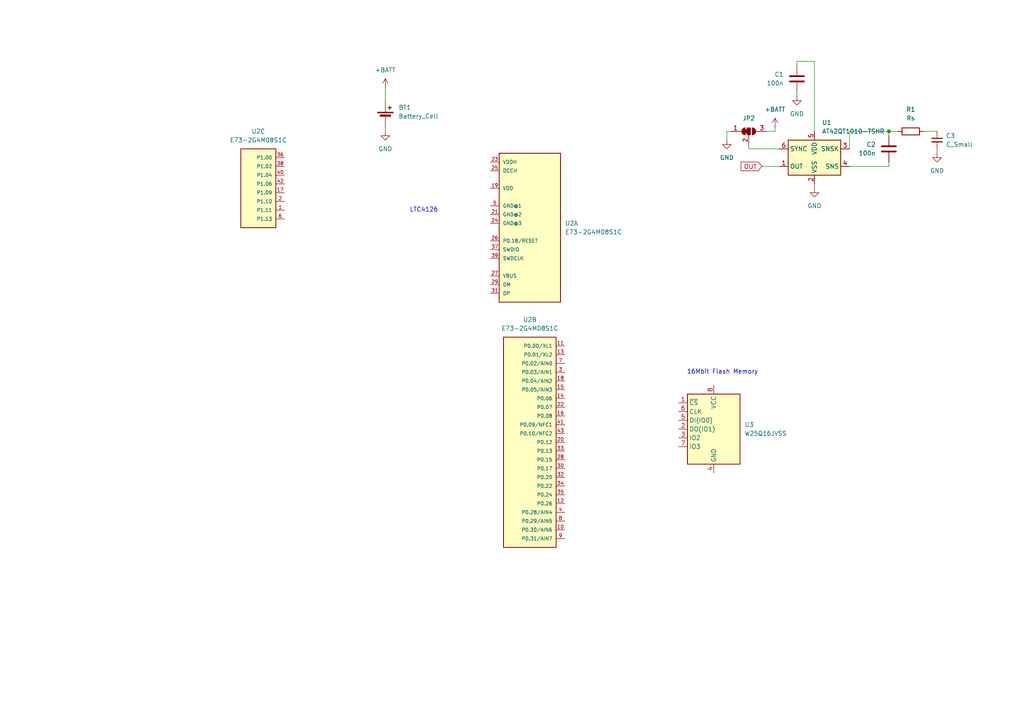
<source format=kicad_sch>
(kicad_sch
	(version 20231120)
	(generator "eeschema")
	(generator_version "8.0")
	(uuid "5a65d163-7e06-4960-9484-b92e66cce244")
	(paper "A4")
	(lib_symbols
		(symbol "Device:Battery_Cell"
			(pin_numbers hide)
			(pin_names
				(offset 0) hide)
			(exclude_from_sim no)
			(in_bom yes)
			(on_board yes)
			(property "Reference" "BT"
				(at 2.54 2.54 0)
				(effects
					(font
						(size 1.27 1.27)
					)
					(justify left)
				)
			)
			(property "Value" "Battery_Cell"
				(at 2.54 0 0)
				(effects
					(font
						(size 1.27 1.27)
					)
					(justify left)
				)
			)
			(property "Footprint" ""
				(at 0 1.524 90)
				(effects
					(font
						(size 1.27 1.27)
					)
					(hide yes)
				)
			)
			(property "Datasheet" "~"
				(at 0 1.524 90)
				(effects
					(font
						(size 1.27 1.27)
					)
					(hide yes)
				)
			)
			(property "Description" "Single-cell battery"
				(at 0 0 0)
				(effects
					(font
						(size 1.27 1.27)
					)
					(hide yes)
				)
			)
			(property "ki_keywords" "battery cell"
				(at 0 0 0)
				(effects
					(font
						(size 1.27 1.27)
					)
					(hide yes)
				)
			)
			(symbol "Battery_Cell_0_1"
				(rectangle
					(start -2.286 1.778)
					(end 2.286 1.524)
					(stroke
						(width 0)
						(type default)
					)
					(fill
						(type outline)
					)
				)
				(rectangle
					(start -1.524 1.016)
					(end 1.524 0.508)
					(stroke
						(width 0)
						(type default)
					)
					(fill
						(type outline)
					)
				)
				(polyline
					(pts
						(xy 0 0.762) (xy 0 0)
					)
					(stroke
						(width 0)
						(type default)
					)
					(fill
						(type none)
					)
				)
				(polyline
					(pts
						(xy 0 1.778) (xy 0 2.54)
					)
					(stroke
						(width 0)
						(type default)
					)
					(fill
						(type none)
					)
				)
				(polyline
					(pts
						(xy 0.762 3.048) (xy 1.778 3.048)
					)
					(stroke
						(width 0.254)
						(type default)
					)
					(fill
						(type none)
					)
				)
				(polyline
					(pts
						(xy 1.27 3.556) (xy 1.27 2.54)
					)
					(stroke
						(width 0.254)
						(type default)
					)
					(fill
						(type none)
					)
				)
			)
			(symbol "Battery_Cell_1_1"
				(pin passive line
					(at 0 5.08 270)
					(length 2.54)
					(name "+"
						(effects
							(font
								(size 1.27 1.27)
							)
						)
					)
					(number "1"
						(effects
							(font
								(size 1.27 1.27)
							)
						)
					)
				)
				(pin passive line
					(at 0 -2.54 90)
					(length 2.54)
					(name "-"
						(effects
							(font
								(size 1.27 1.27)
							)
						)
					)
					(number "2"
						(effects
							(font
								(size 1.27 1.27)
							)
						)
					)
				)
			)
		)
		(symbol "Device:C"
			(pin_numbers hide)
			(pin_names
				(offset 0.254)
			)
			(exclude_from_sim no)
			(in_bom yes)
			(on_board yes)
			(property "Reference" "C"
				(at 0.635 2.54 0)
				(effects
					(font
						(size 1.27 1.27)
					)
					(justify left)
				)
			)
			(property "Value" "C"
				(at 0.635 -2.54 0)
				(effects
					(font
						(size 1.27 1.27)
					)
					(justify left)
				)
			)
			(property "Footprint" ""
				(at 0.9652 -3.81 0)
				(effects
					(font
						(size 1.27 1.27)
					)
					(hide yes)
				)
			)
			(property "Datasheet" "~"
				(at 0 0 0)
				(effects
					(font
						(size 1.27 1.27)
					)
					(hide yes)
				)
			)
			(property "Description" "Unpolarized capacitor"
				(at 0 0 0)
				(effects
					(font
						(size 1.27 1.27)
					)
					(hide yes)
				)
			)
			(property "ki_keywords" "cap capacitor"
				(at 0 0 0)
				(effects
					(font
						(size 1.27 1.27)
					)
					(hide yes)
				)
			)
			(property "ki_fp_filters" "C_*"
				(at 0 0 0)
				(effects
					(font
						(size 1.27 1.27)
					)
					(hide yes)
				)
			)
			(symbol "C_0_1"
				(polyline
					(pts
						(xy -2.032 -0.762) (xy 2.032 -0.762)
					)
					(stroke
						(width 0.508)
						(type default)
					)
					(fill
						(type none)
					)
				)
				(polyline
					(pts
						(xy -2.032 0.762) (xy 2.032 0.762)
					)
					(stroke
						(width 0.508)
						(type default)
					)
					(fill
						(type none)
					)
				)
			)
			(symbol "C_1_1"
				(pin passive line
					(at 0 3.81 270)
					(length 2.794)
					(name "~"
						(effects
							(font
								(size 1.27 1.27)
							)
						)
					)
					(number "1"
						(effects
							(font
								(size 1.27 1.27)
							)
						)
					)
				)
				(pin passive line
					(at 0 -3.81 90)
					(length 2.794)
					(name "~"
						(effects
							(font
								(size 1.27 1.27)
							)
						)
					)
					(number "2"
						(effects
							(font
								(size 1.27 1.27)
							)
						)
					)
				)
			)
		)
		(symbol "Device:C_Small"
			(pin_numbers hide)
			(pin_names
				(offset 0.254) hide)
			(exclude_from_sim no)
			(in_bom yes)
			(on_board yes)
			(property "Reference" "C"
				(at 0.254 1.778 0)
				(effects
					(font
						(size 1.27 1.27)
					)
					(justify left)
				)
			)
			(property "Value" "C_Small"
				(at 0.254 -2.032 0)
				(effects
					(font
						(size 1.27 1.27)
					)
					(justify left)
				)
			)
			(property "Footprint" ""
				(at 0 0 0)
				(effects
					(font
						(size 1.27 1.27)
					)
					(hide yes)
				)
			)
			(property "Datasheet" "~"
				(at 0 0 0)
				(effects
					(font
						(size 1.27 1.27)
					)
					(hide yes)
				)
			)
			(property "Description" "Unpolarized capacitor, small symbol"
				(at 0 0 0)
				(effects
					(font
						(size 1.27 1.27)
					)
					(hide yes)
				)
			)
			(property "ki_keywords" "capacitor cap"
				(at 0 0 0)
				(effects
					(font
						(size 1.27 1.27)
					)
					(hide yes)
				)
			)
			(property "ki_fp_filters" "C_*"
				(at 0 0 0)
				(effects
					(font
						(size 1.27 1.27)
					)
					(hide yes)
				)
			)
			(symbol "C_Small_0_1"
				(polyline
					(pts
						(xy -1.524 -0.508) (xy 1.524 -0.508)
					)
					(stroke
						(width 0.3302)
						(type default)
					)
					(fill
						(type none)
					)
				)
				(polyline
					(pts
						(xy -1.524 0.508) (xy 1.524 0.508)
					)
					(stroke
						(width 0.3048)
						(type default)
					)
					(fill
						(type none)
					)
				)
			)
			(symbol "C_Small_1_1"
				(pin passive line
					(at 0 2.54 270)
					(length 2.032)
					(name "~"
						(effects
							(font
								(size 1.27 1.27)
							)
						)
					)
					(number "1"
						(effects
							(font
								(size 1.27 1.27)
							)
						)
					)
				)
				(pin passive line
					(at 0 -2.54 90)
					(length 2.032)
					(name "~"
						(effects
							(font
								(size 1.27 1.27)
							)
						)
					)
					(number "2"
						(effects
							(font
								(size 1.27 1.27)
							)
						)
					)
				)
			)
		)
		(symbol "Device:R"
			(pin_numbers hide)
			(pin_names
				(offset 0)
			)
			(exclude_from_sim no)
			(in_bom yes)
			(on_board yes)
			(property "Reference" "R"
				(at 2.032 0 90)
				(effects
					(font
						(size 1.27 1.27)
					)
				)
			)
			(property "Value" "R"
				(at 0 0 90)
				(effects
					(font
						(size 1.27 1.27)
					)
				)
			)
			(property "Footprint" ""
				(at -1.778 0 90)
				(effects
					(font
						(size 1.27 1.27)
					)
					(hide yes)
				)
			)
			(property "Datasheet" "~"
				(at 0 0 0)
				(effects
					(font
						(size 1.27 1.27)
					)
					(hide yes)
				)
			)
			(property "Description" "Resistor"
				(at 0 0 0)
				(effects
					(font
						(size 1.27 1.27)
					)
					(hide yes)
				)
			)
			(property "ki_keywords" "R res resistor"
				(at 0 0 0)
				(effects
					(font
						(size 1.27 1.27)
					)
					(hide yes)
				)
			)
			(property "ki_fp_filters" "R_*"
				(at 0 0 0)
				(effects
					(font
						(size 1.27 1.27)
					)
					(hide yes)
				)
			)
			(symbol "R_0_1"
				(rectangle
					(start -1.016 -2.54)
					(end 1.016 2.54)
					(stroke
						(width 0.254)
						(type default)
					)
					(fill
						(type none)
					)
				)
			)
			(symbol "R_1_1"
				(pin passive line
					(at 0 3.81 270)
					(length 1.27)
					(name "~"
						(effects
							(font
								(size 1.27 1.27)
							)
						)
					)
					(number "1"
						(effects
							(font
								(size 1.27 1.27)
							)
						)
					)
				)
				(pin passive line
					(at 0 -3.81 90)
					(length 1.27)
					(name "~"
						(effects
							(font
								(size 1.27 1.27)
							)
						)
					)
					(number "2"
						(effects
							(font
								(size 1.27 1.27)
							)
						)
					)
				)
			)
		)
		(symbol "E73-2G4M08S1C:E73-2G4M08S1C"
			(pin_names
				(offset 1.016)
			)
			(exclude_from_sim no)
			(in_bom yes)
			(on_board yes)
			(property "Reference" "U"
				(at -15.24 20.32 0)
				(effects
					(font
						(size 1.27 1.27)
					)
					(justify left bottom)
				)
			)
			(property "Value" "E73-2G4M08S1C"
				(at -15.24 -25.4 0)
				(effects
					(font
						(size 1.27 1.27)
					)
					(justify left bottom)
				)
			)
			(property "Footprint" "E73-2G4M08S1C:E73-2G4M08S1C"
				(at -23.622 27.686 0)
				(effects
					(font
						(size 1.27 1.27)
					)
					(justify bottom)
					(hide yes)
				)
			)
			(property "Datasheet" ""
				(at 0 0 0)
				(effects
					(font
						(size 1.27 1.27)
					)
					(hide yes)
				)
			)
			(property "Description" ""
				(at 0 0 0)
				(effects
					(font
						(size 1.27 1.27)
					)
					(hide yes)
				)
			)
			(property "MF" "EBYTE"
				(at 0 0 0)
				(effects
					(font
						(size 1.27 1.27)
					)
					(justify bottom)
					(hide yes)
				)
			)
			(property "Description_1" "\n                        \n                            E73 series are wireless Bluetooth modules designed by Chengdu Ebyte which feature small size, low power consumption, built-in PCB antenna and IPX interface\n                        \n"
				(at -1.016 30.48 0)
				(effects
					(font
						(size 1.27 1.27)
					)
					(justify bottom)
					(hide yes)
				)
			)
			(property "Package" "Package"
				(at 0 0 0)
				(effects
					(font
						(size 1.27 1.27)
					)
					(justify bottom)
					(hide yes)
				)
			)
			(property "Price" "None"
				(at 0 0 0)
				(effects
					(font
						(size 1.27 1.27)
					)
					(justify bottom)
					(hide yes)
				)
			)
			(property "SnapEDA_Link" "https://www.snapeda.com/parts/E73-2G4M08S1C/EBYTE/view-part/?ref=snap"
				(at 7.874 34.29 0)
				(effects
					(font
						(size 1.27 1.27)
					)
					(justify bottom)
					(hide yes)
				)
			)
			(property "MP" "E73-2G4M08S1C"
				(at -20.066 29.972 0)
				(effects
					(font
						(size 1.27 1.27)
					)
					(justify bottom)
					(hide yes)
				)
			)
			(property "Availability" "Not in stock"
				(at 0 0 0)
				(effects
					(font
						(size 1.27 1.27)
					)
					(justify bottom)
					(hide yes)
				)
			)
			(property "Check_prices" "https://www.snapeda.com/parts/E73-2G4M08S1C/EBYTE/view-part/?ref=eda"
				(at 7.62 36.576 0)
				(effects
					(font
						(size 1.27 1.27)
					)
					(justify bottom)
					(hide yes)
				)
			)
			(symbol "E73-2G4M08S1C_1_0"
				(rectangle
					(start -15.24 -22.86)
					(end 2.54 20.32)
					(stroke
						(width 0.254)
						(type default)
					)
					(fill
						(type background)
					)
				)
				(pin bidirectional line
					(at -17.78 10.16 0)
					(length 2.54)
					(name "VDD"
						(effects
							(font
								(size 1.016 1.016)
							)
						)
					)
					(number "19"
						(effects
							(font
								(size 1.016 1.016)
							)
						)
					)
				)
				(pin bidirectional line
					(at -17.78 2.54 0)
					(length 2.54)
					(name "GND@2"
						(effects
							(font
								(size 1.016 1.016)
							)
						)
					)
					(number "21"
						(effects
							(font
								(size 1.016 1.016)
							)
						)
					)
				)
				(pin bidirectional line
					(at -17.78 17.78 0)
					(length 2.54)
					(name "VDDH"
						(effects
							(font
								(size 1.016 1.016)
							)
						)
					)
					(number "23"
						(effects
							(font
								(size 1.016 1.016)
							)
						)
					)
				)
				(pin bidirectional line
					(at -17.78 0 0)
					(length 2.54)
					(name "GND@3"
						(effects
							(font
								(size 1.016 1.016)
							)
						)
					)
					(number "24"
						(effects
							(font
								(size 1.016 1.016)
							)
						)
					)
				)
				(pin bidirectional line
					(at -17.78 15.24 0)
					(length 2.54)
					(name "DCCH"
						(effects
							(font
								(size 1.016 1.016)
							)
						)
					)
					(number "25"
						(effects
							(font
								(size 1.016 1.016)
							)
						)
					)
				)
				(pin bidirectional line
					(at -17.78 -5.08 0)
					(length 2.54)
					(name "P0.18/RESET"
						(effects
							(font
								(size 1.016 1.016)
							)
						)
					)
					(number "26"
						(effects
							(font
								(size 1.016 1.016)
							)
						)
					)
				)
				(pin bidirectional line
					(at -17.78 -15.24 0)
					(length 2.54)
					(name "VBUS"
						(effects
							(font
								(size 1.016 1.016)
							)
						)
					)
					(number "27"
						(effects
							(font
								(size 1.016 1.016)
							)
						)
					)
				)
				(pin bidirectional line
					(at -17.78 -17.78 0)
					(length 2.54)
					(name "DM"
						(effects
							(font
								(size 1.016 1.016)
							)
						)
					)
					(number "29"
						(effects
							(font
								(size 1.016 1.016)
							)
						)
					)
				)
				(pin bidirectional line
					(at -17.78 -20.32 0)
					(length 2.54)
					(name "DP"
						(effects
							(font
								(size 1.016 1.016)
							)
						)
					)
					(number "31"
						(effects
							(font
								(size 1.016 1.016)
							)
						)
					)
				)
				(pin bidirectional line
					(at -17.78 -7.62 0)
					(length 2.54)
					(name "SWDIO"
						(effects
							(font
								(size 1.016 1.016)
							)
						)
					)
					(number "37"
						(effects
							(font
								(size 1.016 1.016)
							)
						)
					)
				)
				(pin bidirectional line
					(at -17.78 -10.16 0)
					(length 2.54)
					(name "SWDCLK"
						(effects
							(font
								(size 1.016 1.016)
							)
						)
					)
					(number "39"
						(effects
							(font
								(size 1.016 1.016)
							)
						)
					)
				)
				(pin bidirectional line
					(at -17.78 5.08 0)
					(length 2.54)
					(name "GND@1"
						(effects
							(font
								(size 1.016 1.016)
							)
						)
					)
					(number "5"
						(effects
							(font
								(size 1.016 1.016)
							)
						)
					)
				)
			)
			(symbol "E73-2G4M08S1C_2_0"
				(rectangle
					(start -5.08 -30.48)
					(end 10.16 30.48)
					(stroke
						(width 0.254)
						(type default)
					)
					(fill
						(type background)
					)
				)
				(pin bidirectional line
					(at 12.7 -25.4 180)
					(length 2.54)
					(name "P0.30/AIN6"
						(effects
							(font
								(size 1.016 1.016)
							)
						)
					)
					(number "10"
						(effects
							(font
								(size 1.016 1.016)
							)
						)
					)
				)
				(pin bidirectional line
					(at 12.7 27.94 180)
					(length 2.54)
					(name "P0.00/XL1"
						(effects
							(font
								(size 1.016 1.016)
							)
						)
					)
					(number "11"
						(effects
							(font
								(size 1.016 1.016)
							)
						)
					)
				)
				(pin bidirectional line
					(at 12.7 -17.78 180)
					(length 2.54)
					(name "P0.26"
						(effects
							(font
								(size 1.016 1.016)
							)
						)
					)
					(number "12"
						(effects
							(font
								(size 1.016 1.016)
							)
						)
					)
				)
				(pin bidirectional line
					(at 12.7 25.4 180)
					(length 2.54)
					(name "P0.01/XL2"
						(effects
							(font
								(size 1.016 1.016)
							)
						)
					)
					(number "13"
						(effects
							(font
								(size 1.016 1.016)
							)
						)
					)
				)
				(pin bidirectional line
					(at 12.7 12.7 180)
					(length 2.54)
					(name "P0.06"
						(effects
							(font
								(size 1.016 1.016)
							)
						)
					)
					(number "14"
						(effects
							(font
								(size 1.016 1.016)
							)
						)
					)
				)
				(pin bidirectional line
					(at 12.7 15.24 180)
					(length 2.54)
					(name "P0.05/AIN3"
						(effects
							(font
								(size 1.016 1.016)
							)
						)
					)
					(number "15"
						(effects
							(font
								(size 1.016 1.016)
							)
						)
					)
				)
				(pin bidirectional line
					(at 12.7 7.62 180)
					(length 2.54)
					(name "P0.08"
						(effects
							(font
								(size 1.016 1.016)
							)
						)
					)
					(number "16"
						(effects
							(font
								(size 1.016 1.016)
							)
						)
					)
				)
				(pin bidirectional line
					(at 12.7 17.78 180)
					(length 2.54)
					(name "P0.04/AIN2"
						(effects
							(font
								(size 1.016 1.016)
							)
						)
					)
					(number "18"
						(effects
							(font
								(size 1.016 1.016)
							)
						)
					)
				)
				(pin bidirectional line
					(at 12.7 0 180)
					(length 2.54)
					(name "P0.12"
						(effects
							(font
								(size 1.016 1.016)
							)
						)
					)
					(number "20"
						(effects
							(font
								(size 1.016 1.016)
							)
						)
					)
				)
				(pin bidirectional line
					(at 12.7 10.16 180)
					(length 2.54)
					(name "P0.07"
						(effects
							(font
								(size 1.016 1.016)
							)
						)
					)
					(number "22"
						(effects
							(font
								(size 1.016 1.016)
							)
						)
					)
				)
				(pin bidirectional line
					(at 12.7 -5.08 180)
					(length 2.54)
					(name "P0.15"
						(effects
							(font
								(size 1.016 1.016)
							)
						)
					)
					(number "28"
						(effects
							(font
								(size 1.016 1.016)
							)
						)
					)
				)
				(pin bidirectional line
					(at 12.7 20.32 180)
					(length 2.54)
					(name "P0.03/AIN1"
						(effects
							(font
								(size 1.016 1.016)
							)
						)
					)
					(number "3"
						(effects
							(font
								(size 1.016 1.016)
							)
						)
					)
				)
				(pin bidirectional line
					(at 12.7 -7.62 180)
					(length 2.54)
					(name "P0.17"
						(effects
							(font
								(size 1.016 1.016)
							)
						)
					)
					(number "30"
						(effects
							(font
								(size 1.016 1.016)
							)
						)
					)
				)
				(pin bidirectional line
					(at 12.7 -10.16 180)
					(length 2.54)
					(name "P0.20"
						(effects
							(font
								(size 1.016 1.016)
							)
						)
					)
					(number "32"
						(effects
							(font
								(size 1.016 1.016)
							)
						)
					)
				)
				(pin bidirectional line
					(at 12.7 -2.54 180)
					(length 2.54)
					(name "P0.13"
						(effects
							(font
								(size 1.016 1.016)
							)
						)
					)
					(number "33"
						(effects
							(font
								(size 1.016 1.016)
							)
						)
					)
				)
				(pin bidirectional line
					(at 12.7 -12.7 180)
					(length 2.54)
					(name "P0.22"
						(effects
							(font
								(size 1.016 1.016)
							)
						)
					)
					(number "34"
						(effects
							(font
								(size 1.016 1.016)
							)
						)
					)
				)
				(pin bidirectional line
					(at 12.7 -15.24 180)
					(length 2.54)
					(name "P0.24"
						(effects
							(font
								(size 1.016 1.016)
							)
						)
					)
					(number "35"
						(effects
							(font
								(size 1.016 1.016)
							)
						)
					)
				)
				(pin bidirectional line
					(at 12.7 -20.32 180)
					(length 2.54)
					(name "P0.28/AIN4"
						(effects
							(font
								(size 1.016 1.016)
							)
						)
					)
					(number "4"
						(effects
							(font
								(size 1.016 1.016)
							)
						)
					)
				)
				(pin bidirectional line
					(at 12.7 5.08 180)
					(length 2.54)
					(name "P0.09/NFC1"
						(effects
							(font
								(size 1.016 1.016)
							)
						)
					)
					(number "41"
						(effects
							(font
								(size 1.016 1.016)
							)
						)
					)
				)
				(pin bidirectional line
					(at 12.7 2.54 180)
					(length 2.54)
					(name "P0.10/NFC2"
						(effects
							(font
								(size 1.016 1.016)
							)
						)
					)
					(number "43"
						(effects
							(font
								(size 1.016 1.016)
							)
						)
					)
				)
				(pin bidirectional line
					(at 12.7 22.86 180)
					(length 2.54)
					(name "P0.02/AIN0"
						(effects
							(font
								(size 1.016 1.016)
							)
						)
					)
					(number "7"
						(effects
							(font
								(size 1.016 1.016)
							)
						)
					)
				)
				(pin bidirectional line
					(at 12.7 -22.86 180)
					(length 2.54)
					(name "P0.29/AIN5"
						(effects
							(font
								(size 1.016 1.016)
							)
						)
					)
					(number "8"
						(effects
							(font
								(size 1.016 1.016)
							)
						)
					)
				)
				(pin bidirectional line
					(at 12.7 -27.94 180)
					(length 2.54)
					(name "P0.31/AIN7"
						(effects
							(font
								(size 1.016 1.016)
							)
						)
					)
					(number "9"
						(effects
							(font
								(size 1.016 1.016)
							)
						)
					)
				)
			)
			(symbol "E73-2G4M08S1C_3_0"
				(rectangle
					(start -2.54 -12.7)
					(end 7.62 10.16)
					(stroke
						(width 0.254)
						(type default)
					)
					(fill
						(type background)
					)
				)
				(pin bidirectional line
					(at 10.16 -7.62 180)
					(length 2.54)
					(name "P1.11"
						(effects
							(font
								(size 1.016 1.016)
							)
						)
					)
					(number "1"
						(effects
							(font
								(size 1.016 1.016)
							)
						)
					)
				)
				(pin bidirectional line
					(at 10.16 -2.54 180)
					(length 2.54)
					(name "P1.09"
						(effects
							(font
								(size 1.016 1.016)
							)
						)
					)
					(number "17"
						(effects
							(font
								(size 1.016 1.016)
							)
						)
					)
				)
				(pin bidirectional line
					(at 10.16 -5.08 180)
					(length 2.54)
					(name "P1.10"
						(effects
							(font
								(size 1.016 1.016)
							)
						)
					)
					(number "2"
						(effects
							(font
								(size 1.016 1.016)
							)
						)
					)
				)
				(pin bidirectional line
					(at 10.16 7.62 180)
					(length 2.54)
					(name "P1.00"
						(effects
							(font
								(size 1.016 1.016)
							)
						)
					)
					(number "36"
						(effects
							(font
								(size 1.016 1.016)
							)
						)
					)
				)
				(pin bidirectional line
					(at 10.16 5.08 180)
					(length 2.54)
					(name "P1.02"
						(effects
							(font
								(size 1.016 1.016)
							)
						)
					)
					(number "38"
						(effects
							(font
								(size 1.016 1.016)
							)
						)
					)
				)
				(pin bidirectional line
					(at 10.16 2.54 180)
					(length 2.54)
					(name "P1.04"
						(effects
							(font
								(size 1.016 1.016)
							)
						)
					)
					(number "40"
						(effects
							(font
								(size 1.016 1.016)
							)
						)
					)
				)
				(pin bidirectional line
					(at 10.16 0 180)
					(length 2.54)
					(name "P1.06"
						(effects
							(font
								(size 1.016 1.016)
							)
						)
					)
					(number "42"
						(effects
							(font
								(size 1.016 1.016)
							)
						)
					)
				)
				(pin bidirectional line
					(at 10.16 -10.16 180)
					(length 2.54)
					(name "P1.13"
						(effects
							(font
								(size 1.016 1.016)
							)
						)
					)
					(number "6"
						(effects
							(font
								(size 1.016 1.016)
							)
						)
					)
				)
			)
		)
		(symbol "Jumper:SolderJumper_3_Bridged12"
			(pin_names
				(offset 0) hide)
			(exclude_from_sim yes)
			(in_bom no)
			(on_board yes)
			(property "Reference" "JP"
				(at -2.54 -2.54 0)
				(effects
					(font
						(size 1.27 1.27)
					)
				)
			)
			(property "Value" "SolderJumper_3_Bridged12"
				(at 0 2.794 0)
				(effects
					(font
						(size 1.27 1.27)
					)
				)
			)
			(property "Footprint" ""
				(at 0 0 0)
				(effects
					(font
						(size 1.27 1.27)
					)
					(hide yes)
				)
			)
			(property "Datasheet" "~"
				(at 0 0 0)
				(effects
					(font
						(size 1.27 1.27)
					)
					(hide yes)
				)
			)
			(property "Description" "3-pole Solder Jumper, pins 1+2 closed/bridged"
				(at 0 0 0)
				(effects
					(font
						(size 1.27 1.27)
					)
					(hide yes)
				)
			)
			(property "ki_keywords" "Solder Jumper SPDT"
				(at 0 0 0)
				(effects
					(font
						(size 1.27 1.27)
					)
					(hide yes)
				)
			)
			(property "ki_fp_filters" "SolderJumper*Bridged12*"
				(at 0 0 0)
				(effects
					(font
						(size 1.27 1.27)
					)
					(hide yes)
				)
			)
			(symbol "SolderJumper_3_Bridged12_0_1"
				(rectangle
					(start -1.016 0.508)
					(end -0.508 -0.508)
					(stroke
						(width 0)
						(type default)
					)
					(fill
						(type outline)
					)
				)
				(arc
					(start -1.016 1.016)
					(mid -2.0276 0)
					(end -1.016 -1.016)
					(stroke
						(width 0)
						(type default)
					)
					(fill
						(type none)
					)
				)
				(arc
					(start -1.016 1.016)
					(mid -2.0276 0)
					(end -1.016 -1.016)
					(stroke
						(width 0)
						(type default)
					)
					(fill
						(type outline)
					)
				)
				(rectangle
					(start -0.508 1.016)
					(end 0.508 -1.016)
					(stroke
						(width 0)
						(type default)
					)
					(fill
						(type outline)
					)
				)
				(polyline
					(pts
						(xy -2.54 0) (xy -2.032 0)
					)
					(stroke
						(width 0)
						(type default)
					)
					(fill
						(type none)
					)
				)
				(polyline
					(pts
						(xy -1.016 1.016) (xy -1.016 -1.016)
					)
					(stroke
						(width 0)
						(type default)
					)
					(fill
						(type none)
					)
				)
				(polyline
					(pts
						(xy 0 -1.27) (xy 0 -1.016)
					)
					(stroke
						(width 0)
						(type default)
					)
					(fill
						(type none)
					)
				)
				(polyline
					(pts
						(xy 1.016 1.016) (xy 1.016 -1.016)
					)
					(stroke
						(width 0)
						(type default)
					)
					(fill
						(type none)
					)
				)
				(polyline
					(pts
						(xy 2.54 0) (xy 2.032 0)
					)
					(stroke
						(width 0)
						(type default)
					)
					(fill
						(type none)
					)
				)
				(arc
					(start 1.016 -1.016)
					(mid 2.0276 0)
					(end 1.016 1.016)
					(stroke
						(width 0)
						(type default)
					)
					(fill
						(type none)
					)
				)
				(arc
					(start 1.016 -1.016)
					(mid 2.0276 0)
					(end 1.016 1.016)
					(stroke
						(width 0)
						(type default)
					)
					(fill
						(type outline)
					)
				)
			)
			(symbol "SolderJumper_3_Bridged12_1_1"
				(pin passive line
					(at -5.08 0 0)
					(length 2.54)
					(name "A"
						(effects
							(font
								(size 1.27 1.27)
							)
						)
					)
					(number "1"
						(effects
							(font
								(size 1.27 1.27)
							)
						)
					)
				)
				(pin passive line
					(at 0 -3.81 90)
					(length 2.54)
					(name "C"
						(effects
							(font
								(size 1.27 1.27)
							)
						)
					)
					(number "2"
						(effects
							(font
								(size 1.27 1.27)
							)
						)
					)
				)
				(pin passive line
					(at 5.08 0 180)
					(length 2.54)
					(name "B"
						(effects
							(font
								(size 1.27 1.27)
							)
						)
					)
					(number "3"
						(effects
							(font
								(size 1.27 1.27)
							)
						)
					)
				)
			)
		)
		(symbol "Memory_Flash:W25Q16JVSS"
			(exclude_from_sim no)
			(in_bom yes)
			(on_board yes)
			(property "Reference" "U"
				(at -6.35 11.43 0)
				(effects
					(font
						(size 1.27 1.27)
					)
				)
			)
			(property "Value" "W25Q16JVSS"
				(at 7.62 11.43 0)
				(effects
					(font
						(size 1.27 1.27)
					)
				)
			)
			(property "Footprint" "Package_SO:SOIC-8_5.23x5.23mm_P1.27mm"
				(at 0 0 0)
				(effects
					(font
						(size 1.27 1.27)
					)
					(hide yes)
				)
			)
			(property "Datasheet" "https://www.winbond.com/hq/support/documentation/levelOne.jsp?__locale=en&DocNo=DA00-W25Q16JV.1"
				(at 0 0 0)
				(effects
					(font
						(size 1.27 1.27)
					)
					(hide yes)
				)
			)
			(property "Description" "16Mb Serial Flash Memory, Standard/Dual/Quad SPI, SOIC-8"
				(at 0 0 0)
				(effects
					(font
						(size 1.27 1.27)
					)
					(hide yes)
				)
			)
			(property "ki_keywords" "flash memory SPI"
				(at 0 0 0)
				(effects
					(font
						(size 1.27 1.27)
					)
					(hide yes)
				)
			)
			(property "ki_fp_filters" "SOIC*5.23x5.23mm*P1.27mm*"
				(at 0 0 0)
				(effects
					(font
						(size 1.27 1.27)
					)
					(hide yes)
				)
			)
			(symbol "W25Q16JVSS_0_1"
				(rectangle
					(start -7.62 10.16)
					(end 7.62 -10.16)
					(stroke
						(width 0.254)
						(type default)
					)
					(fill
						(type background)
					)
				)
			)
			(symbol "W25Q16JVSS_1_1"
				(pin input line
					(at -10.16 7.62 0)
					(length 2.54)
					(name "~{CS}"
						(effects
							(font
								(size 1.27 1.27)
							)
						)
					)
					(number "1"
						(effects
							(font
								(size 1.27 1.27)
							)
						)
					)
				)
				(pin bidirectional line
					(at -10.16 0 0)
					(length 2.54)
					(name "DO(IO1)"
						(effects
							(font
								(size 1.27 1.27)
							)
						)
					)
					(number "2"
						(effects
							(font
								(size 1.27 1.27)
							)
						)
					)
				)
				(pin bidirectional line
					(at -10.16 -2.54 0)
					(length 2.54)
					(name "IO2"
						(effects
							(font
								(size 1.27 1.27)
							)
						)
					)
					(number "3"
						(effects
							(font
								(size 1.27 1.27)
							)
						)
					)
				)
				(pin power_in line
					(at 0 -12.7 90)
					(length 2.54)
					(name "GND"
						(effects
							(font
								(size 1.27 1.27)
							)
						)
					)
					(number "4"
						(effects
							(font
								(size 1.27 1.27)
							)
						)
					)
				)
				(pin bidirectional line
					(at -10.16 2.54 0)
					(length 2.54)
					(name "DI(IO0)"
						(effects
							(font
								(size 1.27 1.27)
							)
						)
					)
					(number "5"
						(effects
							(font
								(size 1.27 1.27)
							)
						)
					)
				)
				(pin input line
					(at -10.16 5.08 0)
					(length 2.54)
					(name "CLK"
						(effects
							(font
								(size 1.27 1.27)
							)
						)
					)
					(number "6"
						(effects
							(font
								(size 1.27 1.27)
							)
						)
					)
				)
				(pin bidirectional line
					(at -10.16 -5.08 0)
					(length 2.54)
					(name "IO3"
						(effects
							(font
								(size 1.27 1.27)
							)
						)
					)
					(number "7"
						(effects
							(font
								(size 1.27 1.27)
							)
						)
					)
				)
				(pin power_in line
					(at 0 12.7 270)
					(length 2.54)
					(name "VCC"
						(effects
							(font
								(size 1.27 1.27)
							)
						)
					)
					(number "8"
						(effects
							(font
								(size 1.27 1.27)
							)
						)
					)
				)
			)
		)
		(symbol "Sensor_Touch:AT42QT1010-TSHR"
			(exclude_from_sim no)
			(in_bom yes)
			(on_board yes)
			(property "Reference" "U"
				(at -2.54 8.255 0)
				(effects
					(font
						(size 1.27 1.27)
					)
					(justify right)
				)
			)
			(property "Value" "AT42QT1010-TSHR"
				(at -2.54 6.35 0)
				(effects
					(font
						(size 1.27 1.27)
					)
					(justify right)
				)
			)
			(property "Footprint" "Package_TO_SOT_SMD:SOT-23-6"
				(at 1.27 -6.35 0)
				(effects
					(font
						(size 1.27 1.27)
					)
					(justify left)
					(hide yes)
				)
			)
			(property "Datasheet" "http://ww1.microchip.com/downloads/en/DeviceDoc/40001946A.pdf"
				(at 6.858 13.97 0)
				(effects
					(font
						(size 1.27 1.27)
					)
					(hide yes)
				)
			)
			(property "Description" "Single-key Touch Sensor, SOT-23-6"
				(at 0 0 0)
				(effects
					(font
						(size 1.27 1.27)
					)
					(hide yes)
				)
			)
			(property "ki_keywords" "Touch QTouch Sensor Key"
				(at 0 0 0)
				(effects
					(font
						(size 1.27 1.27)
					)
					(hide yes)
				)
			)
			(property "ki_fp_filters" "SOT?23*"
				(at 0 0 0)
				(effects
					(font
						(size 1.27 1.27)
					)
					(hide yes)
				)
			)
			(symbol "AT42QT1010-TSHR_0_1"
				(rectangle
					(start -7.62 5.08)
					(end 7.62 -5.08)
					(stroke
						(width 0.254)
						(type default)
					)
					(fill
						(type background)
					)
				)
			)
			(symbol "AT42QT1010-TSHR_1_1"
				(pin output line
					(at -10.16 -2.54 0)
					(length 2.54)
					(name "OUT"
						(effects
							(font
								(size 1.27 1.27)
							)
						)
					)
					(number "1"
						(effects
							(font
								(size 1.27 1.27)
							)
						)
					)
				)
				(pin power_in line
					(at 0 -7.62 90)
					(length 2.54)
					(name "VSS"
						(effects
							(font
								(size 1.27 1.27)
							)
						)
					)
					(number "2"
						(effects
							(font
								(size 1.27 1.27)
							)
						)
					)
				)
				(pin passive line
					(at 10.16 2.54 180)
					(length 2.54)
					(name "SNSK"
						(effects
							(font
								(size 1.27 1.27)
							)
						)
					)
					(number "3"
						(effects
							(font
								(size 1.27 1.27)
							)
						)
					)
				)
				(pin passive line
					(at 10.16 -2.54 180)
					(length 2.54)
					(name "SNS"
						(effects
							(font
								(size 1.27 1.27)
							)
						)
					)
					(number "4"
						(effects
							(font
								(size 1.27 1.27)
							)
						)
					)
				)
				(pin power_in line
					(at 0 7.62 270)
					(length 2.54)
					(name "VDD"
						(effects
							(font
								(size 1.27 1.27)
							)
						)
					)
					(number "5"
						(effects
							(font
								(size 1.27 1.27)
							)
						)
					)
				)
				(pin input line
					(at -10.16 2.54 0)
					(length 2.54)
					(name "SYNC"
						(effects
							(font
								(size 1.27 1.27)
							)
						)
					)
					(number "6"
						(effects
							(font
								(size 1.27 1.27)
							)
						)
					)
				)
			)
		)
		(symbol "power:+BATT"
			(power)
			(pin_numbers hide)
			(pin_names
				(offset 0) hide)
			(exclude_from_sim no)
			(in_bom yes)
			(on_board yes)
			(property "Reference" "#PWR"
				(at 0 -3.81 0)
				(effects
					(font
						(size 1.27 1.27)
					)
					(hide yes)
				)
			)
			(property "Value" "+BATT"
				(at 0 3.556 0)
				(effects
					(font
						(size 1.27 1.27)
					)
				)
			)
			(property "Footprint" ""
				(at 0 0 0)
				(effects
					(font
						(size 1.27 1.27)
					)
					(hide yes)
				)
			)
			(property "Datasheet" ""
				(at 0 0 0)
				(effects
					(font
						(size 1.27 1.27)
					)
					(hide yes)
				)
			)
			(property "Description" "Power symbol creates a global label with name \"+BATT\""
				(at 0 0 0)
				(effects
					(font
						(size 1.27 1.27)
					)
					(hide yes)
				)
			)
			(property "ki_keywords" "global power battery"
				(at 0 0 0)
				(effects
					(font
						(size 1.27 1.27)
					)
					(hide yes)
				)
			)
			(symbol "+BATT_0_1"
				(polyline
					(pts
						(xy -0.762 1.27) (xy 0 2.54)
					)
					(stroke
						(width 0)
						(type default)
					)
					(fill
						(type none)
					)
				)
				(polyline
					(pts
						(xy 0 0) (xy 0 2.54)
					)
					(stroke
						(width 0)
						(type default)
					)
					(fill
						(type none)
					)
				)
				(polyline
					(pts
						(xy 0 2.54) (xy 0.762 1.27)
					)
					(stroke
						(width 0)
						(type default)
					)
					(fill
						(type none)
					)
				)
			)
			(symbol "+BATT_1_1"
				(pin power_in line
					(at 0 0 90)
					(length 0)
					(name "~"
						(effects
							(font
								(size 1.27 1.27)
							)
						)
					)
					(number "1"
						(effects
							(font
								(size 1.27 1.27)
							)
						)
					)
				)
			)
		)
		(symbol "power:GND"
			(power)
			(pin_numbers hide)
			(pin_names
				(offset 0) hide)
			(exclude_from_sim no)
			(in_bom yes)
			(on_board yes)
			(property "Reference" "#PWR"
				(at 0 -6.35 0)
				(effects
					(font
						(size 1.27 1.27)
					)
					(hide yes)
				)
			)
			(property "Value" "GND"
				(at 0 -3.81 0)
				(effects
					(font
						(size 1.27 1.27)
					)
				)
			)
			(property "Footprint" ""
				(at 0 0 0)
				(effects
					(font
						(size 1.27 1.27)
					)
					(hide yes)
				)
			)
			(property "Datasheet" ""
				(at 0 0 0)
				(effects
					(font
						(size 1.27 1.27)
					)
					(hide yes)
				)
			)
			(property "Description" "Power symbol creates a global label with name \"GND\" , ground"
				(at 0 0 0)
				(effects
					(font
						(size 1.27 1.27)
					)
					(hide yes)
				)
			)
			(property "ki_keywords" "global power"
				(at 0 0 0)
				(effects
					(font
						(size 1.27 1.27)
					)
					(hide yes)
				)
			)
			(symbol "GND_0_1"
				(polyline
					(pts
						(xy 0 0) (xy 0 -1.27) (xy 1.27 -1.27) (xy 0 -2.54) (xy -1.27 -1.27) (xy 0 -1.27)
					)
					(stroke
						(width 0)
						(type default)
					)
					(fill
						(type none)
					)
				)
			)
			(symbol "GND_1_1"
				(pin power_in line
					(at 0 0 270)
					(length 0)
					(name "~"
						(effects
							(font
								(size 1.27 1.27)
							)
						)
					)
					(number "1"
						(effects
							(font
								(size 1.27 1.27)
							)
						)
					)
				)
			)
		)
	)
	(junction
		(at 257.81 38.1)
		(diameter 0)
		(color 0 0 0 0)
		(uuid "b7674d2f-6952-41e4-8381-26e4fadeb14c")
	)
	(wire
		(pts
			(xy 210.82 38.1) (xy 212.09 38.1)
		)
		(stroke
			(width 0)
			(type default)
		)
		(uuid "0304dc30-3a57-4ecf-bb2b-30bc1d22971b")
	)
	(wire
		(pts
			(xy 246.38 43.18) (xy 246.38 38.1)
		)
		(stroke
			(width 0)
			(type default)
		)
		(uuid "07e85039-29c5-4a66-adad-36211db9c7af")
	)
	(wire
		(pts
			(xy 222.25 38.1) (xy 224.79 38.1)
		)
		(stroke
			(width 0)
			(type default)
		)
		(uuid "0b1a5c9f-309b-419d-a5f8-c1148e59c3c2")
	)
	(wire
		(pts
			(xy 236.22 17.78) (xy 231.14 17.78)
		)
		(stroke
			(width 0)
			(type default)
		)
		(uuid "1300d78c-6308-40fb-b587-14cee4d8bf57")
	)
	(wire
		(pts
			(xy 231.14 17.78) (xy 231.14 19.05)
		)
		(stroke
			(width 0)
			(type default)
		)
		(uuid "2563fe56-c01e-4e02-8b75-a1e8761f556c")
	)
	(wire
		(pts
			(xy 236.22 53.34) (xy 236.22 54.61)
		)
		(stroke
			(width 0)
			(type default)
		)
		(uuid "3fcd6e35-ca4d-4750-a9ec-3163a1d7811f")
	)
	(wire
		(pts
			(xy 257.81 38.1) (xy 260.35 38.1)
		)
		(stroke
			(width 0)
			(type default)
		)
		(uuid "78115440-2a15-40b1-a4bd-0ba55112738c")
	)
	(wire
		(pts
			(xy 267.97 38.1) (xy 271.78 38.1)
		)
		(stroke
			(width 0)
			(type default)
		)
		(uuid "982ed94e-7fe1-4e25-b0e4-1165d1a8276f")
	)
	(wire
		(pts
			(xy 236.22 38.1) (xy 236.22 17.78)
		)
		(stroke
			(width 0)
			(type default)
		)
		(uuid "a19f34ae-391f-4530-b268-56d9e0f5369d")
	)
	(wire
		(pts
			(xy 231.14 26.67) (xy 231.14 27.94)
		)
		(stroke
			(width 0)
			(type default)
		)
		(uuid "ad6b50ce-3ab4-4d28-939a-b1ff2281ba3d")
	)
	(wire
		(pts
			(xy 271.78 43.18) (xy 271.78 44.45)
		)
		(stroke
			(width 0)
			(type default)
		)
		(uuid "bb1599cd-5d02-481d-ad57-b4354ad486c7")
	)
	(wire
		(pts
			(xy 257.81 38.1) (xy 257.81 39.37)
		)
		(stroke
			(width 0)
			(type default)
		)
		(uuid "c43719fe-e599-4262-8105-fb402b661293")
	)
	(wire
		(pts
			(xy 246.38 48.26) (xy 257.81 48.26)
		)
		(stroke
			(width 0)
			(type default)
		)
		(uuid "d4642d0a-d436-45c0-bbb7-3a53b6602f1a")
	)
	(wire
		(pts
			(xy 257.81 48.26) (xy 257.81 46.99)
		)
		(stroke
			(width 0)
			(type default)
		)
		(uuid "d9519902-7a51-4701-ae84-9eba4111cceb")
	)
	(wire
		(pts
			(xy 111.76 36.83) (xy 111.76 38.1)
		)
		(stroke
			(width 0)
			(type default)
		)
		(uuid "daef419d-c596-43c2-a077-95097116804a")
	)
	(wire
		(pts
			(xy 220.98 48.26) (xy 226.06 48.26)
		)
		(stroke
			(width 0)
			(type default)
		)
		(uuid "e5f6ef12-dfe9-44b4-bca1-0e6d520043c2")
	)
	(wire
		(pts
			(xy 111.76 29.21) (xy 111.76 25.4)
		)
		(stroke
			(width 0)
			(type default)
		)
		(uuid "e6a7d976-6cbb-40f3-ac7d-7d0bd38cd597")
	)
	(wire
		(pts
			(xy 217.17 43.18) (xy 226.06 43.18)
		)
		(stroke
			(width 0)
			(type default)
		)
		(uuid "e79aaf21-b059-47a0-9acf-bfa601fed780")
	)
	(wire
		(pts
			(xy 224.79 38.1) (xy 224.79 36.83)
		)
		(stroke
			(width 0)
			(type default)
		)
		(uuid "ed8b32ec-5468-4a7e-ba21-3c4a068cdad0")
	)
	(wire
		(pts
			(xy 217.17 41.91) (xy 217.17 43.18)
		)
		(stroke
			(width 0)
			(type default)
		)
		(uuid "f5654254-ae6f-4613-978b-3fd8ebae4883")
	)
	(wire
		(pts
			(xy 210.82 40.64) (xy 210.82 38.1)
		)
		(stroke
			(width 0)
			(type default)
		)
		(uuid "f77bd424-d88b-4fba-bc02-b756cbd6cd40")
	)
	(wire
		(pts
			(xy 246.38 38.1) (xy 257.81 38.1)
		)
		(stroke
			(width 0)
			(type default)
		)
		(uuid "ff743e94-168b-40da-bdbf-6039a53ed8d1")
	)
	(text "LTC4126"
		(exclude_from_sim no)
		(at 122.936 60.96 0)
		(effects
			(font
				(size 1.27 1.27)
			)
		)
		(uuid "23722dbd-6408-406a-a1c3-3d7146181181")
	)
	(text "16Mbit Flash Memory"
		(exclude_from_sim no)
		(at 209.55 107.95 0)
		(effects
			(font
				(size 1.27 1.27)
			)
		)
		(uuid "4df03b6b-d198-4260-9c03-5de0e80a8885")
	)
	(global_label "OUT"
		(shape input)
		(at 220.98 48.26 180)
		(fields_autoplaced yes)
		(effects
			(font
				(size 1.27 1.27)
			)
			(justify right)
		)
		(uuid "dec3b496-5200-475b-8707-81e4bed57f24")
		(property "Intersheetrefs" "${INTERSHEET_REFS}"
			(at 214.3662 48.26 0)
			(effects
				(font
					(size 1.27 1.27)
				)
				(justify right)
				(hide yes)
			)
		)
	)
	(symbol
		(lib_id "Sensor_Touch:AT42QT1010-TSHR")
		(at 236.22 45.72 0)
		(unit 1)
		(exclude_from_sim no)
		(in_bom yes)
		(on_board yes)
		(dnp no)
		(fields_autoplaced yes)
		(uuid "35df011f-4c6c-4367-b37f-4b9b34f0b607")
		(property "Reference" "U1"
			(at 238.4141 35.56 0)
			(effects
				(font
					(size 1.27 1.27)
				)
				(justify left)
			)
		)
		(property "Value" "AT42QT1010-TSHR"
			(at 238.4141 38.1 0)
			(effects
				(font
					(size 1.27 1.27)
				)
				(justify left)
			)
		)
		(property "Footprint" "Package_TO_SOT_SMD:SOT-23-6"
			(at 237.49 52.07 0)
			(effects
				(font
					(size 1.27 1.27)
				)
				(justify left)
				(hide yes)
			)
		)
		(property "Datasheet" "http://ww1.microchip.com/downloads/en/DeviceDoc/40001946A.pdf"
			(at 243.078 31.75 0)
			(effects
				(font
					(size 1.27 1.27)
				)
				(hide yes)
			)
		)
		(property "Description" "Single-key Touch Sensor, SOT-23-6"
			(at 236.22 45.72 0)
			(effects
				(font
					(size 1.27 1.27)
				)
				(hide yes)
			)
		)
		(pin "2"
			(uuid "6911deef-68b4-4a22-bd26-dba107a57c85")
		)
		(pin "1"
			(uuid "829debcb-09c1-4bee-844a-aab8624f51ad")
		)
		(pin "6"
			(uuid "ba015a69-3a4f-4662-8e82-53647a33f816")
		)
		(pin "3"
			(uuid "946ec135-2f28-4775-9b23-52974098e839")
		)
		(pin "5"
			(uuid "7c0439dd-0ab6-4b23-9b12-45750591319d")
		)
		(pin "4"
			(uuid "31bccc6c-ea45-4cb7-8ef3-8835a31572c3")
		)
		(instances
			(project ""
				(path "/5a65d163-7e06-4960-9484-b92e66cce244"
					(reference "U1")
					(unit 1)
				)
			)
		)
	)
	(symbol
		(lib_id "power:GND")
		(at 111.76 38.1 0)
		(unit 1)
		(exclude_from_sim no)
		(in_bom yes)
		(on_board yes)
		(dnp no)
		(fields_autoplaced yes)
		(uuid "3df310ef-4385-4ec5-a1a3-50af0e9794eb")
		(property "Reference" "#PWR06"
			(at 111.76 44.45 0)
			(effects
				(font
					(size 1.27 1.27)
				)
				(hide yes)
			)
		)
		(property "Value" "GND"
			(at 111.76 43.18 0)
			(effects
				(font
					(size 1.27 1.27)
				)
			)
		)
		(property "Footprint" ""
			(at 111.76 38.1 0)
			(effects
				(font
					(size 1.27 1.27)
				)
				(hide yes)
			)
		)
		(property "Datasheet" ""
			(at 111.76 38.1 0)
			(effects
				(font
					(size 1.27 1.27)
				)
				(hide yes)
			)
		)
		(property "Description" "Power symbol creates a global label with name \"GND\" , ground"
			(at 111.76 38.1 0)
			(effects
				(font
					(size 1.27 1.27)
				)
				(hide yes)
			)
		)
		(pin "1"
			(uuid "df353e7c-55af-4191-aba3-99cc2dc98a76")
		)
		(instances
			(project ""
				(path "/5a65d163-7e06-4960-9484-b92e66cce244"
					(reference "#PWR06")
					(unit 1)
				)
			)
		)
	)
	(symbol
		(lib_id "power:+BATT")
		(at 111.76 25.4 0)
		(unit 1)
		(exclude_from_sim no)
		(in_bom yes)
		(on_board yes)
		(dnp no)
		(fields_autoplaced yes)
		(uuid "428496fe-c078-4244-b413-9c50d82ba287")
		(property "Reference" "#PWR08"
			(at 111.76 29.21 0)
			(effects
				(font
					(size 1.27 1.27)
				)
				(hide yes)
			)
		)
		(property "Value" "+BATT"
			(at 111.76 20.32 0)
			(effects
				(font
					(size 1.27 1.27)
				)
			)
		)
		(property "Footprint" ""
			(at 111.76 25.4 0)
			(effects
				(font
					(size 1.27 1.27)
				)
				(hide yes)
			)
		)
		(property "Datasheet" ""
			(at 111.76 25.4 0)
			(effects
				(font
					(size 1.27 1.27)
				)
				(hide yes)
			)
		)
		(property "Description" "Power symbol creates a global label with name \"+BATT\""
			(at 111.76 25.4 0)
			(effects
				(font
					(size 1.27 1.27)
				)
				(hide yes)
			)
		)
		(pin "1"
			(uuid "90eed000-27a6-449c-b007-43020d040be7")
		)
		(instances
			(project ""
				(path "/5a65d163-7e06-4960-9484-b92e66cce244"
					(reference "#PWR08")
					(unit 1)
				)
			)
		)
	)
	(symbol
		(lib_id "power:GND")
		(at 236.22 54.61 0)
		(unit 1)
		(exclude_from_sim no)
		(in_bom yes)
		(on_board yes)
		(dnp no)
		(fields_autoplaced yes)
		(uuid "49a9ee4a-94f7-443f-9e60-d1e335016ded")
		(property "Reference" "#PWR02"
			(at 236.22 60.96 0)
			(effects
				(font
					(size 1.27 1.27)
				)
				(hide yes)
			)
		)
		(property "Value" "GND"
			(at 236.22 59.69 0)
			(effects
				(font
					(size 1.27 1.27)
				)
			)
		)
		(property "Footprint" ""
			(at 236.22 54.61 0)
			(effects
				(font
					(size 1.27 1.27)
				)
				(hide yes)
			)
		)
		(property "Datasheet" ""
			(at 236.22 54.61 0)
			(effects
				(font
					(size 1.27 1.27)
				)
				(hide yes)
			)
		)
		(property "Description" "Power symbol creates a global label with name \"GND\" , ground"
			(at 236.22 54.61 0)
			(effects
				(font
					(size 1.27 1.27)
				)
				(hide yes)
			)
		)
		(pin "1"
			(uuid "e826f852-4808-4c74-8e8a-b8e4dd333142")
		)
		(instances
			(project "TalkingClock"
				(path "/5a65d163-7e06-4960-9484-b92e66cce244"
					(reference "#PWR02")
					(unit 1)
				)
			)
		)
	)
	(symbol
		(lib_id "Device:R")
		(at 264.16 38.1 90)
		(unit 1)
		(exclude_from_sim no)
		(in_bom yes)
		(on_board yes)
		(dnp no)
		(fields_autoplaced yes)
		(uuid "5fc9fdfa-0ed1-4c0f-ac53-fa7a2dc986d1")
		(property "Reference" "R1"
			(at 264.16 31.75 90)
			(effects
				(font
					(size 1.27 1.27)
				)
			)
		)
		(property "Value" "Rs"
			(at 264.16 34.29 90)
			(effects
				(font
					(size 1.27 1.27)
				)
			)
		)
		(property "Footprint" "Resistor_SMD:R_0603_1608Metric_Pad0.98x0.95mm_HandSolder"
			(at 264.16 39.878 90)
			(effects
				(font
					(size 1.27 1.27)
				)
				(hide yes)
			)
		)
		(property "Datasheet" "~"
			(at 264.16 38.1 0)
			(effects
				(font
					(size 1.27 1.27)
				)
				(hide yes)
			)
		)
		(property "Description" "Resistor"
			(at 264.16 38.1 0)
			(effects
				(font
					(size 1.27 1.27)
				)
				(hide yes)
			)
		)
		(pin "1"
			(uuid "b2d4b407-7249-40d8-a17d-a86aed9d2c92")
		)
		(pin "2"
			(uuid "524f65d5-e3f8-45bb-9501-29273139d04e")
		)
		(instances
			(project ""
				(path "/5a65d163-7e06-4960-9484-b92e66cce244"
					(reference "R1")
					(unit 1)
				)
			)
		)
	)
	(symbol
		(lib_id "E73-2G4M08S1C:E73-2G4M08S1C")
		(at 72.39 53.34 0)
		(unit 3)
		(exclude_from_sim no)
		(in_bom yes)
		(on_board yes)
		(dnp no)
		(fields_autoplaced yes)
		(uuid "7331ac8c-f8cd-46ee-9193-2561ea7318d7")
		(property "Reference" "U2"
			(at 74.93 38.1 0)
			(effects
				(font
					(size 1.27 1.27)
				)
			)
		)
		(property "Value" "E73-2G4M08S1C"
			(at 74.93 40.64 0)
			(effects
				(font
					(size 1.27 1.27)
				)
			)
		)
		(property "Footprint" "Library_Pia:E73-2G4M08S1C-52840 - reverse"
			(at 48.768 25.654 0)
			(effects
				(font
					(size 1.27 1.27)
				)
				(justify bottom)
				(hide yes)
			)
		)
		(property "Datasheet" ""
			(at 72.39 53.34 0)
			(effects
				(font
					(size 1.27 1.27)
				)
				(hide yes)
			)
		)
		(property "Description" ""
			(at 72.39 53.34 0)
			(effects
				(font
					(size 1.27 1.27)
				)
				(hide yes)
			)
		)
		(property "MF" "EBYTE"
			(at 72.39 53.34 0)
			(effects
				(font
					(size 1.27 1.27)
				)
				(justify bottom)
				(hide yes)
			)
		)
		(property "Description_1" "\n                        \n                            E73 series are wireless Bluetooth modules designed by Chengdu Ebyte which feature small size, low power consumption, built-in PCB antenna and IPX interface\n                        \n"
			(at 71.374 22.86 0)
			(effects
				(font
					(size 1.27 1.27)
				)
				(justify bottom)
				(hide yes)
			)
		)
		(property "Package" "Package"
			(at 72.39 53.34 0)
			(effects
				(font
					(size 1.27 1.27)
				)
				(justify bottom)
				(hide yes)
			)
		)
		(property "Price" "None"
			(at 72.39 53.34 0)
			(effects
				(font
					(size 1.27 1.27)
				)
				(justify bottom)
				(hide yes)
			)
		)
		(property "SnapEDA_Link" "https://www.snapeda.com/parts/E73-2G4M08S1C/EBYTE/view-part/?ref=snap"
			(at 80.264 19.05 0)
			(effects
				(font
					(size 1.27 1.27)
				)
				(justify bottom)
				(hide yes)
			)
		)
		(property "MP" "E73-2G4M08S1C"
			(at 52.324 23.368 0)
			(effects
				(font
					(size 1.27 1.27)
				)
				(justify bottom)
				(hide yes)
			)
		)
		(property "Availability" "Not in stock"
			(at 72.39 53.34 0)
			(effects
				(font
					(size 1.27 1.27)
				)
				(justify bottom)
				(hide yes)
			)
		)
		(property "Check_prices" "https://www.snapeda.com/parts/E73-2G4M08S1C/EBYTE/view-part/?ref=eda"
			(at 80.01 16.764 0)
			(effects
				(font
					(size 1.27 1.27)
				)
				(justify bottom)
				(hide yes)
			)
		)
		(pin "2"
			(uuid "ff07ffc1-f0b9-4f52-befb-fa468658e938")
		)
		(pin "27"
			(uuid "b2f822c8-aed0-40b2-9dbe-cdfd24d4456b")
		)
		(pin "28"
			(uuid "96302566-5451-46a8-b128-02f071a65437")
		)
		(pin "38"
			(uuid "c76258ec-9cd1-4b4b-a4c4-5ef662b2fcf3")
		)
		(pin "6"
			(uuid "4274fa09-0c7f-4751-b889-c2ff9b808035")
		)
		(pin "25"
			(uuid "27e52161-470d-43e0-932b-3f51f01d3d2a")
		)
		(pin "23"
			(uuid "17cbb76f-bf64-4284-a419-d9e6d2504aa9")
		)
		(pin "11"
			(uuid "76699bf0-c823-4f3d-944d-cfca37df98dd")
		)
		(pin "3"
			(uuid "fa40ad1e-f564-48d6-ac66-b1faa1953447")
		)
		(pin "10"
			(uuid "b702361d-9717-4da2-9dc8-599435f646b4")
		)
		(pin "8"
			(uuid "aa4e6578-ebb7-41fe-9979-547547a5e02b")
		)
		(pin "24"
			(uuid "d8fbb55a-62c2-49d7-ba58-395595437d91")
		)
		(pin "13"
			(uuid "6bb4422d-13cb-4373-bb9d-8890de06373b")
		)
		(pin "18"
			(uuid "6c6b4e15-9dd3-4bac-a515-bc37507a5a5d")
		)
		(pin "21"
			(uuid "c0872cf5-25f5-43d5-9030-348b3d557662")
		)
		(pin "9"
			(uuid "e14815d4-c663-4465-a143-b60c9c7e0ff7")
		)
		(pin "31"
			(uuid "0f1eeb36-d69e-4f2b-83a8-52788cacab09")
		)
		(pin "36"
			(uuid "89426667-0ad7-4769-8841-fcedf5902dc2")
		)
		(pin "30"
			(uuid "5f31eb36-7512-4699-8aed-0f47ec1f0907")
		)
		(pin "42"
			(uuid "79ead438-a44f-4928-8eb5-ba12277e8b63")
		)
		(pin "41"
			(uuid "7d506e83-3c57-4095-8e70-8f0086b14c5b")
		)
		(pin "17"
			(uuid "21ab692b-2500-4102-8bce-265666efb14d")
		)
		(pin "4"
			(uuid "1e2a02fd-d703-46a0-b485-409abfff1f24")
		)
		(pin "19"
			(uuid "bcb78e7b-311d-43a8-b4a4-e0c8b8d2c105")
		)
		(pin "20"
			(uuid "ff8604f2-7c53-41d0-b8f0-c643c7e65bbe")
		)
		(pin "34"
			(uuid "0332c610-512d-4625-9cd6-05aaa9564a63")
		)
		(pin "32"
			(uuid "f4d5b010-8d08-4cd9-ac60-f3e1beeab52b")
		)
		(pin "37"
			(uuid "88b16daf-f677-498c-9020-318b3631c920")
		)
		(pin "12"
			(uuid "39538ca6-4a86-48f1-8ce8-51aaf2893673")
		)
		(pin "14"
			(uuid "8d7034e3-c922-4f62-9790-309bec518fe0")
		)
		(pin "15"
			(uuid "61baed02-4a5b-4543-bde8-45bef7b54be6")
		)
		(pin "29"
			(uuid "e831914b-61b0-4a77-a3fe-e6e764ff0adf")
		)
		(pin "26"
			(uuid "0e0dc400-b7bb-40c0-bff8-95ed95331967")
		)
		(pin "22"
			(uuid "ab7e93ca-c930-4103-a242-7b5890154f8a")
		)
		(pin "43"
			(uuid "a0f30bfc-60b9-45dd-ad24-4301e3de4335")
		)
		(pin "1"
			(uuid "6eb3cca8-345e-470a-8a92-f1544dbaa79b")
		)
		(pin "39"
			(uuid "2fe2906b-e874-41e9-8e23-2066d89b591d")
		)
		(pin "40"
			(uuid "a33cf9a8-3502-4d8f-b98f-63f1fb26bacf")
		)
		(pin "16"
			(uuid "984cdf1f-4539-41c9-9a03-c4e5c09bec6f")
		)
		(pin "5"
			(uuid "31d2553b-d1fd-4faf-87d0-08676bbfe0a4")
		)
		(pin "33"
			(uuid "041b4f3a-0a9d-46e1-af1f-23c8c67157dc")
		)
		(pin "35"
			(uuid "863be1a9-a9ac-469d-904b-c4927e8c6187")
		)
		(pin "7"
			(uuid "c08bbd83-3ea3-4f2e-8b56-0a90c2184ee3")
		)
		(instances
			(project ""
				(path "/5a65d163-7e06-4960-9484-b92e66cce244"
					(reference "U2")
					(unit 3)
				)
			)
		)
	)
	(symbol
		(lib_id "Device:C_Small")
		(at 271.78 40.64 0)
		(unit 1)
		(exclude_from_sim no)
		(in_bom yes)
		(on_board yes)
		(dnp no)
		(fields_autoplaced yes)
		(uuid "88029959-86ad-4b5e-8e46-3f0f7df1e369")
		(property "Reference" "C3"
			(at 274.32 39.3762 0)
			(effects
				(font
					(size 1.27 1.27)
				)
				(justify left)
			)
		)
		(property "Value" "C_Small"
			(at 274.32 41.9162 0)
			(effects
				(font
					(size 1.27 1.27)
				)
				(justify left)
			)
		)
		(property "Footprint" "Capacitor_SMD:C_0201_0603Metric_Pad0.64x0.40mm_HandSolder"
			(at 271.78 40.64 0)
			(effects
				(font
					(size 1.27 1.27)
				)
				(hide yes)
			)
		)
		(property "Datasheet" "~"
			(at 271.78 40.64 0)
			(effects
				(font
					(size 1.27 1.27)
				)
				(hide yes)
			)
		)
		(property "Description" "Unpolarized capacitor, small symbol"
			(at 271.78 40.64 0)
			(effects
				(font
					(size 1.27 1.27)
				)
				(hide yes)
			)
		)
		(pin "1"
			(uuid "c077db13-aaa1-40f9-a3a8-2beefd1624c1")
		)
		(pin "2"
			(uuid "d6543374-5eda-473e-a95b-b46a912ff564")
		)
		(instances
			(project ""
				(path "/5a65d163-7e06-4960-9484-b92e66cce244"
					(reference "C3")
					(unit 1)
				)
			)
		)
	)
	(symbol
		(lib_id "Device:C")
		(at 257.81 43.18 0)
		(mirror y)
		(unit 1)
		(exclude_from_sim no)
		(in_bom yes)
		(on_board yes)
		(dnp no)
		(uuid "8d433cbe-c01c-4ce6-a35a-bf01d3210d54")
		(property "Reference" "C2"
			(at 254 41.9099 0)
			(effects
				(font
					(size 1.27 1.27)
				)
				(justify left)
			)
		)
		(property "Value" "100n"
			(at 254 44.4499 0)
			(effects
				(font
					(size 1.27 1.27)
				)
				(justify left)
			)
		)
		(property "Footprint" "Capacitor_SMD:C_0201_0603Metric_Pad0.64x0.40mm_HandSolder"
			(at 256.8448 46.99 0)
			(effects
				(font
					(size 1.27 1.27)
				)
				(hide yes)
			)
		)
		(property "Datasheet" "~"
			(at 257.81 43.18 0)
			(effects
				(font
					(size 1.27 1.27)
				)
				(hide yes)
			)
		)
		(property "Description" "Unpolarized capacitor"
			(at 257.81 43.18 0)
			(effects
				(font
					(size 1.27 1.27)
				)
				(hide yes)
			)
		)
		(pin "2"
			(uuid "26688994-bf31-47fb-a548-03780d6942bc")
		)
		(pin "1"
			(uuid "c5b85c6e-6a3b-4b98-bd32-44dca18e4fc8")
		)
		(instances
			(project "TalkingClock"
				(path "/5a65d163-7e06-4960-9484-b92e66cce244"
					(reference "C2")
					(unit 1)
				)
			)
		)
	)
	(symbol
		(lib_id "power:GND")
		(at 210.82 40.64 0)
		(unit 1)
		(exclude_from_sim no)
		(in_bom yes)
		(on_board yes)
		(dnp no)
		(fields_autoplaced yes)
		(uuid "8d5af17b-b3a6-4678-a600-16545657ce0a")
		(property "Reference" "#PWR05"
			(at 210.82 46.99 0)
			(effects
				(font
					(size 1.27 1.27)
				)
				(hide yes)
			)
		)
		(property "Value" "GND"
			(at 210.82 45.72 0)
			(effects
				(font
					(size 1.27 1.27)
				)
			)
		)
		(property "Footprint" ""
			(at 210.82 40.64 0)
			(effects
				(font
					(size 1.27 1.27)
				)
				(hide yes)
			)
		)
		(property "Datasheet" ""
			(at 210.82 40.64 0)
			(effects
				(font
					(size 1.27 1.27)
				)
				(hide yes)
			)
		)
		(property "Description" "Power symbol creates a global label with name \"GND\" , ground"
			(at 210.82 40.64 0)
			(effects
				(font
					(size 1.27 1.27)
				)
				(hide yes)
			)
		)
		(pin "1"
			(uuid "89934ed5-56cc-4596-bb9d-35060b47808a")
		)
		(instances
			(project "TalkingClock"
				(path "/5a65d163-7e06-4960-9484-b92e66cce244"
					(reference "#PWR05")
					(unit 1)
				)
			)
		)
	)
	(symbol
		(lib_id "Jumper:SolderJumper_3_Bridged12")
		(at 217.17 38.1 0)
		(unit 1)
		(exclude_from_sim yes)
		(in_bom no)
		(on_board yes)
		(dnp no)
		(fields_autoplaced yes)
		(uuid "b2866e4d-58e7-447c-b0fa-ee4b81ee8722")
		(property "Reference" "JP2"
			(at 217.17 34.29 0)
			(effects
				(font
					(size 1.27 1.27)
				)
			)
		)
		(property "Value" "SolderJumper_3_Bridged12"
			(at 217.17 34.29 0)
			(effects
				(font
					(size 1.27 1.27)
				)
				(hide yes)
			)
		)
		(property "Footprint" "Jumper:SolderJumper-3_P1.3mm_Bridged12_RoundedPad1.0x1.5mm"
			(at 217.17 38.1 0)
			(effects
				(font
					(size 1.27 1.27)
				)
				(hide yes)
			)
		)
		(property "Datasheet" "~"
			(at 217.17 38.1 0)
			(effects
				(font
					(size 1.27 1.27)
				)
				(hide yes)
			)
		)
		(property "Description" "3-pole Solder Jumper, pins 1+2 closed/bridged"
			(at 217.17 38.1 0)
			(effects
				(font
					(size 1.27 1.27)
				)
				(hide yes)
			)
		)
		(pin "3"
			(uuid "e2002b07-a1ec-44a2-9a89-5567196d131e")
		)
		(pin "2"
			(uuid "5a8dc1c6-9568-4f90-accd-5f5a4306cbab")
		)
		(pin "1"
			(uuid "a3b932d7-22db-4b43-b016-1ecd9017a8b6")
		)
		(instances
			(project ""
				(path "/5a65d163-7e06-4960-9484-b92e66cce244"
					(reference "JP2")
					(unit 1)
				)
			)
		)
	)
	(symbol
		(lib_id "E73-2G4M08S1C:E73-2G4M08S1C")
		(at 160.02 64.77 0)
		(unit 1)
		(exclude_from_sim no)
		(in_bom yes)
		(on_board yes)
		(dnp no)
		(fields_autoplaced yes)
		(uuid "b969e9d2-0478-4777-af9b-54bc5d9991b4")
		(property "Reference" "U2"
			(at 163.83 64.7699 0)
			(effects
				(font
					(size 1.27 1.27)
				)
				(justify left)
			)
		)
		(property "Value" "E73-2G4M08S1C"
			(at 163.83 67.3099 0)
			(effects
				(font
					(size 1.27 1.27)
				)
				(justify left)
			)
		)
		(property "Footprint" "Library_Pia:E73-2G4M08S1C-52840 - reverse"
			(at 136.398 37.084 0)
			(effects
				(font
					(size 1.27 1.27)
				)
				(justify bottom)
				(hide yes)
			)
		)
		(property "Datasheet" ""
			(at 160.02 64.77 0)
			(effects
				(font
					(size 1.27 1.27)
				)
				(hide yes)
			)
		)
		(property "Description" ""
			(at 160.02 64.77 0)
			(effects
				(font
					(size 1.27 1.27)
				)
				(hide yes)
			)
		)
		(property "MF" "EBYTE"
			(at 160.02 64.77 0)
			(effects
				(font
					(size 1.27 1.27)
				)
				(justify bottom)
				(hide yes)
			)
		)
		(property "Description_1" "\n                        \n                            E73 series are wireless Bluetooth modules designed by Chengdu Ebyte which feature small size, low power consumption, built-in PCB antenna and IPX interface\n                        \n"
			(at 159.004 34.29 0)
			(effects
				(font
					(size 1.27 1.27)
				)
				(justify bottom)
				(hide yes)
			)
		)
		(property "Package" "Package"
			(at 160.02 64.77 0)
			(effects
				(font
					(size 1.27 1.27)
				)
				(justify bottom)
				(hide yes)
			)
		)
		(property "Price" "None"
			(at 160.02 64.77 0)
			(effects
				(font
					(size 1.27 1.27)
				)
				(justify bottom)
				(hide yes)
			)
		)
		(property "SnapEDA_Link" "https://www.snapeda.com/parts/E73-2G4M08S1C/EBYTE/view-part/?ref=snap"
			(at 167.894 30.48 0)
			(effects
				(font
					(size 1.27 1.27)
				)
				(justify bottom)
				(hide yes)
			)
		)
		(property "MP" "E73-2G4M08S1C"
			(at 139.954 34.798 0)
			(effects
				(font
					(size 1.27 1.27)
				)
				(justify bottom)
				(hide yes)
			)
		)
		(property "Availability" "Not in stock"
			(at 160.02 64.77 0)
			(effects
				(font
					(size 1.27 1.27)
				)
				(justify bottom)
				(hide yes)
			)
		)
		(property "Check_prices" "https://www.snapeda.com/parts/E73-2G4M08S1C/EBYTE/view-part/?ref=eda"
			(at 167.64 28.194 0)
			(effects
				(font
					(size 1.27 1.27)
				)
				(justify bottom)
				(hide yes)
			)
		)
		(pin "2"
			(uuid "ff07ffc1-f0b9-4f52-befb-fa468658e939")
		)
		(pin "27"
			(uuid "b2f822c8-aed0-40b2-9dbe-cdfd24d4456c")
		)
		(pin "28"
			(uuid "96302566-5451-46a8-b128-02f071a65438")
		)
		(pin "38"
			(uuid "c76258ec-9cd1-4b4b-a4c4-5ef662b2fcf4")
		)
		(pin "6"
			(uuid "4274fa09-0c7f-4751-b889-c2ff9b808036")
		)
		(pin "25"
			(uuid "27e52161-470d-43e0-932b-3f51f01d3d2b")
		)
		(pin "23"
			(uuid "17cbb76f-bf64-4284-a419-d9e6d2504aaa")
		)
		(pin "11"
			(uuid "76699bf0-c823-4f3d-944d-cfca37df98de")
		)
		(pin "3"
			(uuid "fa40ad1e-f564-48d6-ac66-b1faa1953448")
		)
		(pin "10"
			(uuid "b702361d-9717-4da2-9dc8-599435f646b5")
		)
		(pin "8"
			(uuid "aa4e6578-ebb7-41fe-9979-547547a5e02c")
		)
		(pin "24"
			(uuid "d8fbb55a-62c2-49d7-ba58-395595437d92")
		)
		(pin "13"
			(uuid "6bb4422d-13cb-4373-bb9d-8890de06373c")
		)
		(pin "18"
			(uuid "6c6b4e15-9dd3-4bac-a515-bc37507a5a5e")
		)
		(pin "21"
			(uuid "c0872cf5-25f5-43d5-9030-348b3d557663")
		)
		(pin "9"
			(uuid "e14815d4-c663-4465-a143-b60c9c7e0ff8")
		)
		(pin "31"
			(uuid "0f1eeb36-d69e-4f2b-83a8-52788cacab0a")
		)
		(pin "36"
			(uuid "89426667-0ad7-4769-8841-fcedf5902dc3")
		)
		(pin "30"
			(uuid "5f31eb36-7512-4699-8aed-0f47ec1f0908")
		)
		(pin "42"
			(uuid "79ead438-a44f-4928-8eb5-ba12277e8b64")
		)
		(pin "41"
			(uuid "7d506e83-3c57-4095-8e70-8f0086b14c5c")
		)
		(pin "17"
			(uuid "21ab692b-2500-4102-8bce-265666efb14e")
		)
		(pin "4"
			(uuid "1e2a02fd-d703-46a0-b485-409abfff1f25")
		)
		(pin "19"
			(uuid "bcb78e7b-311d-43a8-b4a4-e0c8b8d2c106")
		)
		(pin "20"
			(uuid "ff8604f2-7c53-41d0-b8f0-c643c7e65bbf")
		)
		(pin "34"
			(uuid "0332c610-512d-4625-9cd6-05aaa9564a64")
		)
		(pin "32"
			(uuid "f4d5b010-8d08-4cd9-ac60-f3e1beeab52c")
		)
		(pin "37"
			(uuid "88b16daf-f677-498c-9020-318b3631c921")
		)
		(pin "12"
			(uuid "39538ca6-4a86-48f1-8ce8-51aaf2893674")
		)
		(pin "14"
			(uuid "8d7034e3-c922-4f62-9790-309bec518fe1")
		)
		(pin "15"
			(uuid "61baed02-4a5b-4543-bde8-45bef7b54be7")
		)
		(pin "29"
			(uuid "e831914b-61b0-4a77-a3fe-e6e764ff0ae0")
		)
		(pin "26"
			(uuid "0e0dc400-b7bb-40c0-bff8-95ed95331968")
		)
		(pin "22"
			(uuid "ab7e93ca-c930-4103-a242-7b5890154f8b")
		)
		(pin "43"
			(uuid "a0f30bfc-60b9-45dd-ad24-4301e3de4336")
		)
		(pin "1"
			(uuid "6eb3cca8-345e-470a-8a92-f1544dbaa79c")
		)
		(pin "39"
			(uuid "2fe2906b-e874-41e9-8e23-2066d89b591e")
		)
		(pin "40"
			(uuid "a33cf9a8-3502-4d8f-b98f-63f1fb26bad0")
		)
		(pin "16"
			(uuid "984cdf1f-4539-41c9-9a03-c4e5c09bec70")
		)
		(pin "5"
			(uuid "31d2553b-d1fd-4faf-87d0-08676bbfe0a5")
		)
		(pin "33"
			(uuid "041b4f3a-0a9d-46e1-af1f-23c8c67157dd")
		)
		(pin "35"
			(uuid "863be1a9-a9ac-469d-904b-c4927e8c6188")
		)
		(pin "7"
			(uuid "c08bbd83-3ea3-4f2e-8b56-0a90c2184ee4")
		)
		(instances
			(project ""
				(path "/5a65d163-7e06-4960-9484-b92e66cce244"
					(reference "U2")
					(unit 1)
				)
			)
		)
	)
	(symbol
		(lib_id "power:GND")
		(at 231.14 27.94 0)
		(unit 1)
		(exclude_from_sim no)
		(in_bom yes)
		(on_board yes)
		(dnp no)
		(fields_autoplaced yes)
		(uuid "bdb596a4-f2d5-4f53-ab3c-5df59654608a")
		(property "Reference" "#PWR01"
			(at 231.14 34.29 0)
			(effects
				(font
					(size 1.27 1.27)
				)
				(hide yes)
			)
		)
		(property "Value" "GND"
			(at 231.14 33.02 0)
			(effects
				(font
					(size 1.27 1.27)
				)
			)
		)
		(property "Footprint" ""
			(at 231.14 27.94 0)
			(effects
				(font
					(size 1.27 1.27)
				)
				(hide yes)
			)
		)
		(property "Datasheet" ""
			(at 231.14 27.94 0)
			(effects
				(font
					(size 1.27 1.27)
				)
				(hide yes)
			)
		)
		(property "Description" "Power symbol creates a global label with name \"GND\" , ground"
			(at 231.14 27.94 0)
			(effects
				(font
					(size 1.27 1.27)
				)
				(hide yes)
			)
		)
		(pin "1"
			(uuid "20d464e0-62fe-47c1-9963-230f9c4b260b")
		)
		(instances
			(project ""
				(path "/5a65d163-7e06-4960-9484-b92e66cce244"
					(reference "#PWR01")
					(unit 1)
				)
			)
		)
	)
	(symbol
		(lib_id "Device:C")
		(at 231.14 22.86 0)
		(mirror y)
		(unit 1)
		(exclude_from_sim no)
		(in_bom yes)
		(on_board yes)
		(dnp no)
		(uuid "c527789d-df89-4d79-abf5-b5ce5d2660b6")
		(property "Reference" "C1"
			(at 227.33 21.5899 0)
			(effects
				(font
					(size 1.27 1.27)
				)
				(justify left)
			)
		)
		(property "Value" "100n"
			(at 227.33 24.1299 0)
			(effects
				(font
					(size 1.27 1.27)
				)
				(justify left)
			)
		)
		(property "Footprint" "Capacitor_SMD:C_0201_0603Metric_Pad0.64x0.40mm_HandSolder"
			(at 230.1748 26.67 0)
			(effects
				(font
					(size 1.27 1.27)
				)
				(hide yes)
			)
		)
		(property "Datasheet" "~"
			(at 231.14 22.86 0)
			(effects
				(font
					(size 1.27 1.27)
				)
				(hide yes)
			)
		)
		(property "Description" "Unpolarized capacitor"
			(at 231.14 22.86 0)
			(effects
				(font
					(size 1.27 1.27)
				)
				(hide yes)
			)
		)
		(pin "2"
			(uuid "65420309-00b5-4a55-860b-0d55a3e9eb0f")
		)
		(pin "1"
			(uuid "cf1f3aa9-d9a1-4072-81f0-e3d19e1b7118")
		)
		(instances
			(project ""
				(path "/5a65d163-7e06-4960-9484-b92e66cce244"
					(reference "C1")
					(unit 1)
				)
			)
		)
	)
	(symbol
		(lib_id "Device:Battery_Cell")
		(at 111.76 34.29 0)
		(unit 1)
		(exclude_from_sim no)
		(in_bom yes)
		(on_board yes)
		(dnp no)
		(fields_autoplaced yes)
		(uuid "d0a8a34a-8ca8-4c61-a3bc-d0b7516c3842")
		(property "Reference" "BT1"
			(at 115.57 31.1784 0)
			(effects
				(font
					(size 1.27 1.27)
				)
				(justify left)
			)
		)
		(property "Value" "Battery_Cell"
			(at 115.57 33.7184 0)
			(effects
				(font
					(size 1.27 1.27)
				)
				(justify left)
			)
		)
		(property "Footprint" "Battery:BatteryHolder_Keystone_3034_1x20mm"
			(at 111.76 32.766 90)
			(effects
				(font
					(size 1.27 1.27)
				)
				(hide yes)
			)
		)
		(property "Datasheet" "~"
			(at 111.76 32.766 90)
			(effects
				(font
					(size 1.27 1.27)
				)
				(hide yes)
			)
		)
		(property "Description" "Single-cell battery"
			(at 111.76 34.29 0)
			(effects
				(font
					(size 1.27 1.27)
				)
				(hide yes)
			)
		)
		(pin "1"
			(uuid "9a787e6e-20bf-4a80-ae08-3ae51cffb5a1")
		)
		(pin "2"
			(uuid "fe038af1-4137-40c4-9237-17e74870f5b2")
		)
		(instances
			(project ""
				(path "/5a65d163-7e06-4960-9484-b92e66cce244"
					(reference "BT1")
					(unit 1)
				)
			)
		)
	)
	(symbol
		(lib_id "power:+BATT")
		(at 224.79 36.83 0)
		(unit 1)
		(exclude_from_sim no)
		(in_bom yes)
		(on_board yes)
		(dnp no)
		(fields_autoplaced yes)
		(uuid "ddfd26b4-5951-4de1-b8d8-bde6adbb496c")
		(property "Reference" "#PWR04"
			(at 224.79 40.64 0)
			(effects
				(font
					(size 1.27 1.27)
				)
				(hide yes)
			)
		)
		(property "Value" "+BATT"
			(at 224.79 31.75 0)
			(effects
				(font
					(size 1.27 1.27)
				)
			)
		)
		(property "Footprint" ""
			(at 224.79 36.83 0)
			(effects
				(font
					(size 1.27 1.27)
				)
				(hide yes)
			)
		)
		(property "Datasheet" ""
			(at 224.79 36.83 0)
			(effects
				(font
					(size 1.27 1.27)
				)
				(hide yes)
			)
		)
		(property "Description" "Power symbol creates a global label with name \"+BATT\""
			(at 224.79 36.83 0)
			(effects
				(font
					(size 1.27 1.27)
				)
				(hide yes)
			)
		)
		(pin "1"
			(uuid "6a845d2a-4796-4317-a3b0-5ce1e4121fe6")
		)
		(instances
			(project ""
				(path "/5a65d163-7e06-4960-9484-b92e66cce244"
					(reference "#PWR04")
					(unit 1)
				)
			)
		)
	)
	(symbol
		(lib_id "E73-2G4M08S1C:E73-2G4M08S1C")
		(at 151.13 128.27 0)
		(unit 2)
		(exclude_from_sim no)
		(in_bom yes)
		(on_board yes)
		(dnp no)
		(fields_autoplaced yes)
		(uuid "ebea4081-d9ac-42e8-a951-52264cd90333")
		(property "Reference" "U2"
			(at 153.67 92.71 0)
			(effects
				(font
					(size 1.27 1.27)
				)
			)
		)
		(property "Value" "E73-2G4M08S1C"
			(at 153.67 95.25 0)
			(effects
				(font
					(size 1.27 1.27)
				)
			)
		)
		(property "Footprint" "Library_Pia:E73-2G4M08S1C-52840 - reverse"
			(at 127.508 100.584 0)
			(effects
				(font
					(size 1.27 1.27)
				)
				(justify bottom)
				(hide yes)
			)
		)
		(property "Datasheet" ""
			(at 151.13 128.27 0)
			(effects
				(font
					(size 1.27 1.27)
				)
				(hide yes)
			)
		)
		(property "Description" ""
			(at 151.13 128.27 0)
			(effects
				(font
					(size 1.27 1.27)
				)
				(hide yes)
			)
		)
		(property "MF" "EBYTE"
			(at 151.13 128.27 0)
			(effects
				(font
					(size 1.27 1.27)
				)
				(justify bottom)
				(hide yes)
			)
		)
		(property "Description_1" "\n                        \n                            E73 series are wireless Bluetooth modules designed by Chengdu Ebyte which feature small size, low power consumption, built-in PCB antenna and IPX interface\n                        \n"
			(at 150.114 97.79 0)
			(effects
				(font
					(size 1.27 1.27)
				)
				(justify bottom)
				(hide yes)
			)
		)
		(property "Package" "Package"
			(at 151.13 128.27 0)
			(effects
				(font
					(size 1.27 1.27)
				)
				(justify bottom)
				(hide yes)
			)
		)
		(property "Price" "None"
			(at 151.13 128.27 0)
			(effects
				(font
					(size 1.27 1.27)
				)
				(justify bottom)
				(hide yes)
			)
		)
		(property "SnapEDA_Link" "https://www.snapeda.com/parts/E73-2G4M08S1C/EBYTE/view-part/?ref=snap"
			(at 159.004 93.98 0)
			(effects
				(font
					(size 1.27 1.27)
				)
				(justify bottom)
				(hide yes)
			)
		)
		(property "MP" "E73-2G4M08S1C"
			(at 131.064 98.298 0)
			(effects
				(font
					(size 1.27 1.27)
				)
				(justify bottom)
				(hide yes)
			)
		)
		(property "Availability" "Not in stock"
			(at 151.13 128.27 0)
			(effects
				(font
					(size 1.27 1.27)
				)
				(justify bottom)
				(hide yes)
			)
		)
		(property "Check_prices" "https://www.snapeda.com/parts/E73-2G4M08S1C/EBYTE/view-part/?ref=eda"
			(at 158.75 91.694 0)
			(effects
				(font
					(size 1.27 1.27)
				)
				(justify bottom)
				(hide yes)
			)
		)
		(pin "2"
			(uuid "ff07ffc1-f0b9-4f52-befb-fa468658e93a")
		)
		(pin "27"
			(uuid "b2f822c8-aed0-40b2-9dbe-cdfd24d4456d")
		)
		(pin "28"
			(uuid "96302566-5451-46a8-b128-02f071a65439")
		)
		(pin "38"
			(uuid "c76258ec-9cd1-4b4b-a4c4-5ef662b2fcf5")
		)
		(pin "6"
			(uuid "4274fa09-0c7f-4751-b889-c2ff9b808037")
		)
		(pin "25"
			(uuid "27e52161-470d-43e0-932b-3f51f01d3d2c")
		)
		(pin "23"
			(uuid "17cbb76f-bf64-4284-a419-d9e6d2504aab")
		)
		(pin "11"
			(uuid "76699bf0-c823-4f3d-944d-cfca37df98df")
		)
		(pin "3"
			(uuid "fa40ad1e-f564-48d6-ac66-b1faa1953449")
		)
		(pin "10"
			(uuid "b702361d-9717-4da2-9dc8-599435f646b6")
		)
		(pin "8"
			(uuid "aa4e6578-ebb7-41fe-9979-547547a5e02d")
		)
		(pin "24"
			(uuid "d8fbb55a-62c2-49d7-ba58-395595437d93")
		)
		(pin "13"
			(uuid "6bb4422d-13cb-4373-bb9d-8890de06373d")
		)
		(pin "18"
			(uuid "6c6b4e15-9dd3-4bac-a515-bc37507a5a5f")
		)
		(pin "21"
			(uuid "c0872cf5-25f5-43d5-9030-348b3d557664")
		)
		(pin "9"
			(uuid "e14815d4-c663-4465-a143-b60c9c7e0ff9")
		)
		(pin "31"
			(uuid "0f1eeb36-d69e-4f2b-83a8-52788cacab0b")
		)
		(pin "36"
			(uuid "89426667-0ad7-4769-8841-fcedf5902dc4")
		)
		(pin "30"
			(uuid "5f31eb36-7512-4699-8aed-0f47ec1f0909")
		)
		(pin "42"
			(uuid "79ead438-a44f-4928-8eb5-ba12277e8b65")
		)
		(pin "41"
			(uuid "7d506e83-3c57-4095-8e70-8f0086b14c5d")
		)
		(pin "17"
			(uuid "21ab692b-2500-4102-8bce-265666efb14f")
		)
		(pin "4"
			(uuid "1e2a02fd-d703-46a0-b485-409abfff1f26")
		)
		(pin "19"
			(uuid "bcb78e7b-311d-43a8-b4a4-e0c8b8d2c107")
		)
		(pin "20"
			(uuid "ff8604f2-7c53-41d0-b8f0-c643c7e65bc0")
		)
		(pin "34"
			(uuid "0332c610-512d-4625-9cd6-05aaa9564a65")
		)
		(pin "32"
			(uuid "f4d5b010-8d08-4cd9-ac60-f3e1beeab52d")
		)
		(pin "37"
			(uuid "88b16daf-f677-498c-9020-318b3631c922")
		)
		(pin "12"
			(uuid "39538ca6-4a86-48f1-8ce8-51aaf2893675")
		)
		(pin "14"
			(uuid "8d7034e3-c922-4f62-9790-309bec518fe2")
		)
		(pin "15"
			(uuid "61baed02-4a5b-4543-bde8-45bef7b54be8")
		)
		(pin "29"
			(uuid "e831914b-61b0-4a77-a3fe-e6e764ff0ae1")
		)
		(pin "26"
			(uuid "0e0dc400-b7bb-40c0-bff8-95ed95331969")
		)
		(pin "22"
			(uuid "ab7e93ca-c930-4103-a242-7b5890154f8c")
		)
		(pin "43"
			(uuid "a0f30bfc-60b9-45dd-ad24-4301e3de4337")
		)
		(pin "1"
			(uuid "6eb3cca8-345e-470a-8a92-f1544dbaa79d")
		)
		(pin "39"
			(uuid "2fe2906b-e874-41e9-8e23-2066d89b591f")
		)
		(pin "40"
			(uuid "a33cf9a8-3502-4d8f-b98f-63f1fb26bad1")
		)
		(pin "16"
			(uuid "984cdf1f-4539-41c9-9a03-c4e5c09bec71")
		)
		(pin "5"
			(uuid "31d2553b-d1fd-4faf-87d0-08676bbfe0a6")
		)
		(pin "33"
			(uuid "041b4f3a-0a9d-46e1-af1f-23c8c67157de")
		)
		(pin "35"
			(uuid "863be1a9-a9ac-469d-904b-c4927e8c6189")
		)
		(pin "7"
			(uuid "c08bbd83-3ea3-4f2e-8b56-0a90c2184ee5")
		)
		(instances
			(project ""
				(path "/5a65d163-7e06-4960-9484-b92e66cce244"
					(reference "U2")
					(unit 2)
				)
			)
		)
	)
	(symbol
		(lib_id "Memory_Flash:W25Q16JVSS")
		(at 207.01 124.46 0)
		(unit 1)
		(exclude_from_sim no)
		(in_bom yes)
		(on_board yes)
		(dnp no)
		(fields_autoplaced yes)
		(uuid "f1f7dfef-6448-4d85-9442-02f1d239f35b")
		(property "Reference" "U3"
			(at 215.9 123.1899 0)
			(effects
				(font
					(size 1.27 1.27)
				)
				(justify left)
			)
		)
		(property "Value" "W25Q16JVSS"
			(at 215.9 125.7299 0)
			(effects
				(font
					(size 1.27 1.27)
				)
				(justify left)
			)
		)
		(property "Footprint" "Package_SO:SOIC-8_5.23x5.23mm_P1.27mm"
			(at 207.01 124.46 0)
			(effects
				(font
					(size 1.27 1.27)
				)
				(hide yes)
			)
		)
		(property "Datasheet" "https://www.winbond.com/hq/support/documentation/levelOne.jsp?__locale=en&DocNo=DA00-W25Q16JV.1"
			(at 207.01 124.46 0)
			(effects
				(font
					(size 1.27 1.27)
				)
				(hide yes)
			)
		)
		(property "Description" "16Mb Serial Flash Memory, Standard/Dual/Quad SPI, SOIC-8"
			(at 207.01 124.46 0)
			(effects
				(font
					(size 1.27 1.27)
				)
				(hide yes)
			)
		)
		(pin "1"
			(uuid "6f4da0f7-c8fa-49c7-9d1a-fc6855b4d49d")
		)
		(pin "2"
			(uuid "adc7e165-0e22-479a-931f-b251663bc5ec")
		)
		(pin "3"
			(uuid "ab2b6459-9897-4f82-9336-21b9c0056077")
		)
		(pin "5"
			(uuid "e85d37e6-384b-4567-9be9-b14bd6bda0d8")
		)
		(pin "7"
			(uuid "9bc62552-3ff9-49b6-ac7a-cb1917effeb8")
		)
		(pin "8"
			(uuid "5e2ce5e7-b3d3-46b4-86e3-f2e7675a7ebe")
		)
		(pin "4"
			(uuid "7c39ffe4-eb7f-46ab-84d9-8d8afd7f4400")
		)
		(pin "6"
			(uuid "04852056-59af-4600-a686-7be02d17f4d5")
		)
		(instances
			(project ""
				(path "/5a65d163-7e06-4960-9484-b92e66cce244"
					(reference "U3")
					(unit 1)
				)
			)
		)
	)
	(symbol
		(lib_id "power:GND")
		(at 271.78 44.45 0)
		(unit 1)
		(exclude_from_sim no)
		(in_bom yes)
		(on_board yes)
		(dnp no)
		(fields_autoplaced yes)
		(uuid "f469db89-2a60-4aeb-b56e-cc5afcda319f")
		(property "Reference" "#PWR03"
			(at 271.78 50.8 0)
			(effects
				(font
					(size 1.27 1.27)
				)
				(hide yes)
			)
		)
		(property "Value" "GND"
			(at 271.78 49.53 0)
			(effects
				(font
					(size 1.27 1.27)
				)
			)
		)
		(property "Footprint" ""
			(at 271.78 44.45 0)
			(effects
				(font
					(size 1.27 1.27)
				)
				(hide yes)
			)
		)
		(property "Datasheet" ""
			(at 271.78 44.45 0)
			(effects
				(font
					(size 1.27 1.27)
				)
				(hide yes)
			)
		)
		(property "Description" "Power symbol creates a global label with name \"GND\" , ground"
			(at 271.78 44.45 0)
			(effects
				(font
					(size 1.27 1.27)
				)
				(hide yes)
			)
		)
		(pin "1"
			(uuid "2b66faaa-b24e-4684-a45d-d12750c3eb48")
		)
		(instances
			(project "TalkingClock"
				(path "/5a65d163-7e06-4960-9484-b92e66cce244"
					(reference "#PWR03")
					(unit 1)
				)
			)
		)
	)
	(sheet_instances
		(path "/"
			(page "1")
		)
	)
)

</source>
